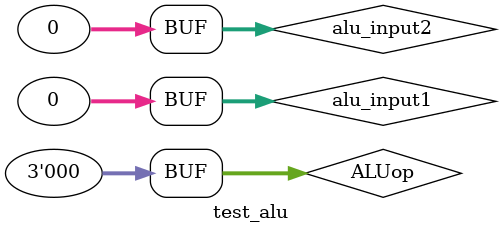
<source format=v>
`timescale 1ns / 1ps


module test_alu;

	// Inputs
	reg [31:0] alu_input1;
	reg [31:0] alu_input2;
	reg [2:0] ALUop;

	// Outputs
	wire [31:0] alu_out;
	wire alu_zero;

	// Instantiate the Unit Under Test (UUT)
	alu uut (
		.alu_input1(alu_input1), 
		.alu_input2(alu_input2), 
		.ALUop(ALUop), 
		.alu_out(alu_out), 
		.alu_zero(alu_zero)
	);

	initial begin
		// Initialize Inputs
		alu_input1 = 0;
		alu_input2 = 0;
		ALUop = 0;

		// Wait 100 ns for global reset to finish
		#100;
        
		// Add stimulus here

	end
      
endmodule


</source>
